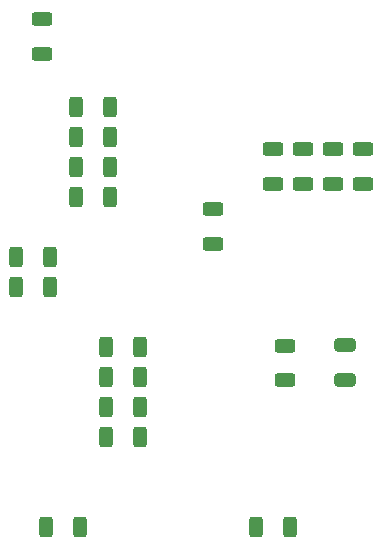
<source format=gtp>
G04 #@! TF.GenerationSoftware,KiCad,Pcbnew,(6.0.5)*
G04 #@! TF.CreationDate,2022-06-17T10:27:33-05:00*
G04 #@! TF.ProjectId,model_cell,6d6f6465-6c5f-4636-956c-6c2e6b696361,rev?*
G04 #@! TF.SameCoordinates,Original*
G04 #@! TF.FileFunction,Paste,Top*
G04 #@! TF.FilePolarity,Positive*
%FSLAX46Y46*%
G04 Gerber Fmt 4.6, Leading zero omitted, Abs format (unit mm)*
G04 Created by KiCad (PCBNEW (6.0.5)) date 2022-06-17 10:27:33*
%MOMM*%
%LPD*%
G01*
G04 APERTURE LIST*
G04 Aperture macros list*
%AMRoundRect*
0 Rectangle with rounded corners*
0 $1 Rounding radius*
0 $2 $3 $4 $5 $6 $7 $8 $9 X,Y pos of 4 corners*
0 Add a 4 corners polygon primitive as box body*
4,1,4,$2,$3,$4,$5,$6,$7,$8,$9,$2,$3,0*
0 Add four circle primitives for the rounded corners*
1,1,$1+$1,$2,$3*
1,1,$1+$1,$4,$5*
1,1,$1+$1,$6,$7*
1,1,$1+$1,$8,$9*
0 Add four rect primitives between the rounded corners*
20,1,$1+$1,$2,$3,$4,$5,0*
20,1,$1+$1,$4,$5,$6,$7,0*
20,1,$1+$1,$6,$7,$8,$9,0*
20,1,$1+$1,$8,$9,$2,$3,0*%
G04 Aperture macros list end*
%ADD10RoundRect,0.250000X0.312500X0.625000X-0.312500X0.625000X-0.312500X-0.625000X0.312500X-0.625000X0*%
%ADD11RoundRect,0.250000X0.650000X-0.325000X0.650000X0.325000X-0.650000X0.325000X-0.650000X-0.325000X0*%
%ADD12RoundRect,0.250000X0.625000X-0.312500X0.625000X0.312500X-0.625000X0.312500X-0.625000X-0.312500X0*%
%ADD13RoundRect,0.250000X-0.312500X-0.625000X0.312500X-0.625000X0.312500X0.625000X-0.312500X0.625000X0*%
%ADD14RoundRect,0.250000X-0.625000X0.312500X-0.625000X-0.312500X0.625000X-0.312500X0.625000X0.312500X0*%
G04 APERTURE END LIST*
D10*
X31942500Y2540000D03*
X29017500Y2540000D03*
X19242500Y12700000D03*
X16317500Y12700000D03*
X19242500Y10160000D03*
X16317500Y10160000D03*
X19242500Y15240000D03*
X16317500Y15240000D03*
D11*
X36579063Y14919362D03*
X36579063Y17869362D03*
D12*
X30480000Y31557500D03*
X30480000Y34482500D03*
D13*
X8697500Y25400000D03*
X11622500Y25400000D03*
D12*
X35560000Y31557500D03*
X35560000Y34482500D03*
X33020000Y31557500D03*
X33020000Y34482500D03*
D10*
X19242500Y17780000D03*
X16317500Y17780000D03*
D13*
X8697500Y22860000D03*
X11622500Y22860000D03*
D14*
X25400000Y29402500D03*
X25400000Y26477500D03*
D13*
X13777500Y30480000D03*
X16702500Y30480000D03*
D12*
X31499063Y14931862D03*
X31499063Y17856862D03*
D13*
X13777500Y38100000D03*
X16702500Y38100000D03*
X13777500Y33020000D03*
X16702500Y33020000D03*
D12*
X10918730Y42576656D03*
X10918730Y45501656D03*
X38100000Y31557500D03*
X38100000Y34482500D03*
D13*
X11237500Y2540000D03*
X14162500Y2540000D03*
X13777500Y35560000D03*
X16702500Y35560000D03*
M02*

</source>
